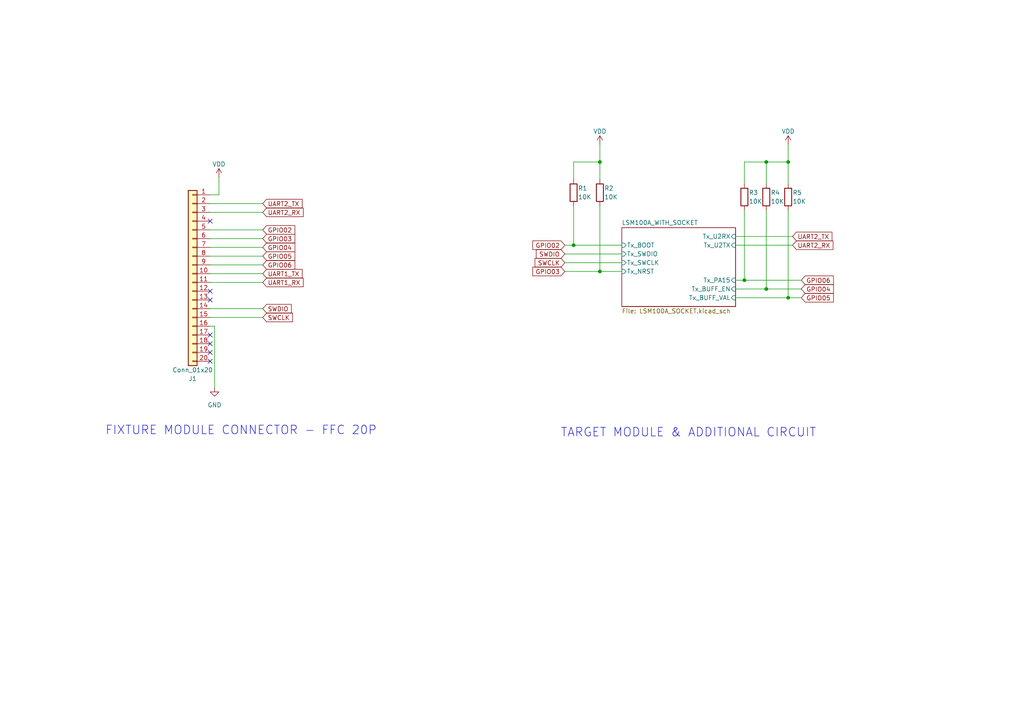
<source format=kicad_sch>
(kicad_sch (version 20230121) (generator eeschema)
  (paper "A4")
  (title_block (title "fixture_module_lsm100a_socket") (date "2023-08-02") (rev "0"))
  (lib_symbols
    (symbol "Connector_Generic:Conn_01x20" (pin_names (offset 1.016) hide)
      (property "Reference" "J" (at 0 25.4 0))
      (property "Value" "Conn_01x20" (at 0 -27.94 0))
      (symbol "Conn_01x20_1_1"
        (rectangle (start -1.27 -25.273) (end 0 -25.527) (stroke (width 0.1524)))
        (rectangle (start -1.27 -22.733) (end 0 -22.987) (stroke (width 0.1524)))
        (rectangle (start -1.27 -20.193) (end 0 -20.447) (stroke (width 0.1524)))
        (rectangle (start -1.27 -17.653) (end 0 -17.907) (stroke (width 0.1524)))
        (rectangle (start -1.27 -15.113) (end 0 -15.367) (stroke (width 0.1524)))
        (rectangle (start -1.27 -12.573) (end 0 -12.827) (stroke (width 0.1524)))
        (rectangle (start -1.27 -10.033) (end 0 -10.287) (stroke (width 0.1524)))
        (rectangle (start -1.27 -7.493) (end 0 -7.747) (stroke (width 0.1524)))
        (rectangle (start -1.27 -4.953) (end 0 -5.207) (stroke (width 0.1524)))
        (rectangle (start -1.27 -2.413) (end 0 -2.667) (stroke (width 0.1524)))
        (rectangle (start -1.27 0.127) (end 0 -0.127) (stroke (width 0.1524)))
        (rectangle (start -1.27 2.667) (end 0 2.413) (stroke (width 0.1524)))
        (rectangle (start -1.27 5.207) (end 0 4.953) (stroke (width 0.1524)))
        (rectangle (start -1.27 7.747) (end 0 7.493) (stroke (width 0.1524)))
        (rectangle (start -1.27 10.287) (end 0 10.033) (stroke (width 0.1524)))
        (rectangle (start -1.27 12.827) (end 0 12.573) (stroke (width 0.1524)))
        (rectangle (start -1.27 15.367) (end 0 15.113) (stroke (width 0.1524)))
        (rectangle (start -1.27 17.907) (end 0 17.653) (stroke (width 0.1524)))
        (rectangle (start -1.27 20.447) (end 0 20.193) (stroke (width 0.1524)))
        (rectangle (start -1.27 22.987) (end 0 22.733) (stroke (width 0.1524)))
        (rectangle (start -1.27 24.13) (end 1.27 -26.67) (stroke (width 0.254)) (fill (type background)))
        (pin passive line (at -5.08 22.86 0) (length 3.81) (name "Pin_1") (number "1"))
        (pin passive line (at -5.08 0 0) (length 3.81) (name "Pin_10") (number "10"))
        (pin passive line (at -5.08 -2.54 0) (length 3.81) (name "Pin_11") (number "11"))
        (pin passive line (at -5.08 -5.08 0) (length 3.81) (name "Pin_12") (number "12"))
        (pin passive line (at -5.08 -7.62 0) (length 3.81) (name "Pin_13") (number "13"))
        (pin passive line (at -5.08 -10.16 0) (length 3.81) (name "Pin_14") (number "14"))
        (pin passive line (at -5.08 -12.7 0) (length 3.81) (name "Pin_15") (number "15"))
        (pin passive line (at -5.08 -15.24 0) (length 3.81) (name "Pin_16") (number "16"))
        (pin passive line (at -5.08 -17.78 0) (length 3.81) (name "Pin_17") (number "17"))
        (pin passive line (at -5.08 -20.32 0) (length 3.81) (name "Pin_18") (number "18"))
        (pin passive line (at -5.08 -22.86 0) (length 3.81) (name "Pin_19") (number "19"))
        (pin passive line (at -5.08 20.32 0) (length 3.81) (name "Pin_2") (number "2"))
        (pin passive line (at -5.08 -25.4 0) (length 3.81) (name "Pin_20") (number "20"))
        (pin passive line (at -5.08 17.78 0) (length 3.81) (name "Pin_3") (number "3"))
        (pin passive line (at -5.08 15.24 0) (length 3.81) (name "Pin_4") (number "4"))
        (pin passive line (at -5.08 12.7 0) (length 3.81) (name "Pin_5") (number "5"))
        (pin passive line (at -5.08 10.16 0) (length 3.81) (name "Pin_6") (number "6"))
        (pin passive line (at -5.08 7.62 0) (length 3.81) (name "Pin_7") (number "7"))
        (pin passive line (at -5.08 5.08 0) (length 3.81) (name "Pin_8") (number "8"))
        (pin passive line (at -5.08 2.54 0) (length 3.81) (name "Pin_9") (number "9"))
      )
    )
    (symbol "Device:R" (pin_numbers hide) (pin_names (offset 0))
      (property "Reference" "R" (at 2.032 0 90))
      (property "Value" "R" (at 0 0 90))
      (symbol "R_0_1"
        (rectangle (start -1.016 -2.54) (end 1.016 2.54) (stroke (width 0.254)))
      )
      (symbol "R_1_1"
        (pin passive line (at 0 3.81 270) (length 1.27) (name "~") (number "1"))
        (pin passive line (at 0 -3.81 90) (length 1.27) (name "~") (number "2"))
      )
    )
    (symbol "power:GND" (power) (pin_names (offset 0))
      (property "Value" "GND" (at 0 -3.81 0))
      (symbol "GND_0_1"
        (polyline (pts (xy 0 0) (xy 0 -1.27) (xy 1.27 -1.27) (xy 0 -2.54) (xy -1.27 -1.27) (xy 0 -1.27)))
      )
      (symbol "GND_1_1"
        (pin power_in line (at 0 0 270) (length 0) hide (name "GND") (number "1"))
      )
    )
    (symbol "power:VDD" (power) (pin_names (offset 0))
      (property "Value" "VDD" (at 0 3.81 0))
      (symbol "VDD_0_1"
        (polyline (pts (xy -0.762 1.27) (xy 0 2.54)))
        (polyline (pts (xy 0 0) (xy 0 2.54)))
        (polyline (pts (xy 0 2.54) (xy 0.762 1.27)))
      )
      (symbol "VDD_1_1"
        (pin power_in line (at 0 0 90) (length 0) hide (name "VDD") (number "1"))
      )
    )
  )
  (junction (at 222.25 83.82))
  (junction (at 166.37 71.12))
  (junction (at 173.99 46.99))
  (junction (at 173.99 78.74))
  (junction (at 222.25 46.99))
  (junction (at 228.6 46.99))
  (junction (at 228.6 86.36))
  (junction (at 215.9 81.28))
  (no_connect (at 60.96 86.995))
  (no_connect (at 60.96 97.155))
  (no_connect (at 60.96 84.455))
  (no_connect (at 60.96 102.235))
  (no_connect (at 60.96 99.695))
  (no_connect (at 60.96 104.775))
  (no_connect (at 60.96 64.135))
  (wire (pts (xy 166.37 52.07) (xy 166.37 46.99)))
  (wire (pts (xy 173.99 59.69) (xy 173.99 78.74)))
  (wire (pts (xy 213.36 86.36) (xy 228.6 86.36)))
  (wire (pts (xy 173.99 78.74) (xy 180.34 78.74)))
  (wire (pts (xy 60.96 61.595) (xy 76.2 61.595)))
  (wire (pts (xy 166.37 46.99) (xy 173.99 46.99)))
  (wire (pts (xy 163.83 73.66) (xy 180.34 73.66)))
  (wire (pts (xy 222.25 83.82) (xy 232.41 83.82)))
  (wire (pts (xy 63.5 51.435) (xy 63.5 56.515)))
  (wire (pts (xy 228.6 46.99) (xy 228.6 53.34)))
  (wire (pts (xy 163.83 78.74) (xy 173.99 78.74)))
  (wire (pts (xy 60.96 59.055) (xy 76.2 59.055)))
  (wire (pts (xy 213.36 71.12) (xy 229.87 71.12)))
  (wire (pts (xy 60.96 79.375) (xy 76.2 79.375)))
  (wire (pts (xy 60.96 89.535) (xy 76.2 89.535)))
  (wire (pts (xy 213.36 68.58) (xy 229.87 68.58)))
  (wire (pts (xy 215.9 46.99) (xy 222.25 46.99)))
  (wire (pts (xy 215.9 81.28) (xy 232.41 81.28)))
  (wire (pts (xy 60.96 71.755) (xy 76.2 71.755)))
  (wire (pts (xy 60.96 69.215) (xy 76.2 69.215)))
  (wire (pts (xy 163.83 71.12) (xy 166.37 71.12)))
  (wire (pts (xy 166.37 59.69) (xy 166.37 71.12)))
  (wire (pts (xy 173.99 41.91) (xy 173.99 46.99)))
  (wire (pts (xy 228.6 41.91) (xy 228.6 46.99)))
  (wire (pts (xy 60.96 76.835) (xy 76.2 76.835)))
  (wire (pts (xy 163.83 76.2) (xy 180.34 76.2)))
  (wire (pts (xy 60.96 74.295) (xy 76.2 74.295)))
  (wire (pts (xy 60.96 92.075) (xy 76.2 92.075)))
  (wire (pts (xy 222.25 60.96) (xy 222.25 83.82)))
  (wire (pts (xy 60.96 66.675) (xy 76.2 66.675)))
  (wire (pts (xy 228.6 60.96) (xy 228.6 86.36)))
  (wire (pts (xy 228.6 86.36) (xy 232.41 86.36)))
  (wire (pts (xy 213.36 81.28) (xy 215.9 81.28)))
  (wire (pts (xy 222.25 46.99) (xy 228.6 46.99)))
  (wire (pts (xy 173.99 46.99) (xy 173.99 52.07)))
  (wire (pts (xy 60.96 81.915) (xy 76.2 81.915)))
  (wire (pts (xy 60.96 56.515) (xy 63.5 56.515)))
  (wire (pts (xy 60.96 94.615) (xy 62.23 94.615)))
  (wire (pts (xy 213.36 83.82) (xy 222.25 83.82)))
  (wire (pts (xy 215.9 60.96) (xy 215.9 81.28)))
  (wire (pts (xy 62.23 94.615) (xy 62.23 112.395)))
  (wire (pts (xy 166.37 71.12) (xy 180.34 71.12)))
  (wire (pts (xy 222.25 46.99) (xy 222.25 53.34)))
  (wire (pts (xy 215.9 53.34) (xy 215.9 46.99)))
  (text "FIXTURE MODULE CONNECTOR - FFC 20P" (at 30.48 126.365 0) (effects (font (size 2.5 2.5)) (justify left bottom)))
  (text "TARGET MODULE & ADDITIONAL CIRCUIT\n" (at 162.56 127 0) (effects (font (size 2.5 2.5)) (justify left bottom)))
  (global_label "GPIO04" (shape input) (at 232.41 83.82 0) (property "Intersheetrefs" "${INTERSHEET_REFS}" (effects hide)))
  (global_label "GPIO03" (shape input) (at 76.2 69.215 0) (property "Intersheetrefs" "${INTERSHEET_REFS}" (effects hide)))
  (global_label "UART2_RX" (shape input) (at 229.87 71.12 0) (property "Intersheetrefs" "${INTERSHEET_REFS}" (effects hide)))
  (global_label "GPIO06" (shape input) (at 232.41 81.28 0) (property "Intersheetrefs" "${INTERSHEET_REFS}" (effects hide)))
  (global_label "GPIO04" (shape input) (at 76.2 71.755 0) (property "Intersheetrefs" "${INTERSHEET_REFS}" (effects hide)))
  (global_label "SWDIO" (shape input) (at 163.83 73.66 180) (property "Intersheetrefs" "${INTERSHEET_REFS}" (effects hide)))
  (global_label "GPIO02" (shape input) (at 76.2 66.675 0) (property "Intersheetrefs" "${INTERSHEET_REFS}" (effects hide)))
  (global_label "GPIO05" (shape input) (at 76.2 74.295 0) (property "Intersheetrefs" "${INTERSHEET_REFS}" (effects hide)))
  (global_label "GPIO05" (shape input) (at 232.41 86.36 0) (property "Intersheetrefs" "${INTERSHEET_REFS}" (effects hide)))
  (global_label "GPIO03" (shape input) (at 163.83 78.74 180) (property "Intersheetrefs" "${INTERSHEET_REFS}" (effects hide)))
  (global_label "GPIO06" (shape input) (at 76.2 76.835 0) (property "Intersheetrefs" "${INTERSHEET_REFS}" (effects hide)))
  (global_label "UART2_RX" (shape input) (at 76.2 61.595 0) (property "Intersheetrefs" "${INTERSHEET_REFS}" (effects hide)))
  (global_label "UART2_TX" (shape input) (at 229.87 68.58 0) (property "Intersheetrefs" "${INTERSHEET_REFS}" (effects hide)))
  (global_label "GPIO02" (shape input) (at 163.83 71.12 180) (property "Intersheetrefs" "${INTERSHEET_REFS}" (effects hide)))
  (global_label "UART1_TX" (shape input) (at 76.2 79.375 0) (property "Intersheetrefs" "${INTERSHEET_REFS}" (effects hide)))
  (global_label "SWCLK" (shape input) (at 76.2 92.075 0) (property "Intersheetrefs" "${INTERSHEET_REFS}" (effects hide)))
  (global_label "UART2_TX" (shape input) (at 76.2 59.055 0) (property "Intersheetrefs" "${INTERSHEET_REFS}" (effects hide)))
  (global_label "SWCLK" (shape input) (at 163.83 76.2 180) (property "Intersheetrefs" "${INTERSHEET_REFS}" (effects hide)))
  (global_label "UART1_RX" (shape input) (at 76.2 81.915 0) (property "Intersheetrefs" "${INTERSHEET_REFS}" (effects hide)))
  (global_label "SWDIO" (shape input) (at 76.2 89.535 0) (property "Intersheetrefs" "${INTERSHEET_REFS}" (effects hide)))
  (symbol (lib_id "Connector_Generic:Conn_01x20") (at 55.88 79.375 0) (mirror y) (unit 1)
    (property "Reference" "J1" (at 55.88 109.855 0))
    (property "Value" "Conn_01x20" (at 55.88 107.315 0))
    (property "Footprint" "tWareLab:528082071" (effects hide))
    (property "Datasheet" "https://www.molex.com/pdm_docs/sd/2005280200_sd.pdf" (effects hide))
  )
  (symbol (lib_id "power:GND") (at 62.23 112.395 0) (unit 1)
    (property "Reference" "#PWR02" (effects hide))
    (property "Value" "GND" (at 62.23 117.475 0))
  )
  (symbol (lib_id "power:VDD") (at 228.6 41.91 0) (unit 1)
    (property "Reference" "#PWR016" (effects hide))
    (property "Value" "VDD" (at 228.6 38.1 0))
  )
  (symbol (lib_id "Device:R") (at 166.37 55.88 0) (unit 1)
    (property "Reference" "R1" (at 167.64 54.61 0) (effects (justify left)))
    (property "Value" "10K" (at 167.64 57.15 0) (effects (justify left)))
    (property "Footprint" "Resistor_SMD:R_0603_1608Metric" (effects hide))
  )
  (symbol (lib_id "power:VDD") (at 63.5 51.435 0) (unit 1)
    (property "Reference" "#PWR01" (effects hide))
    (property "Value" "VDD" (at 63.5 47.625 0))
  )
  (symbol (lib_id "power:VDD") (at 173.99 41.91 0) (unit 1)
    (property "Reference" "#PWR015" (effects hide))
    (property "Value" "VDD" (at 173.99 38.1 0))
  )
  (symbol (lib_id "Device:R") (at 215.9 57.15 0) (unit 1)
    (property "Reference" "R3" (at 217.17 55.88 0) (effects (justify left)))
    (property "Value" "10K" (at 217.17 58.42 0) (effects (justify left)))
    (property "Footprint" "Resistor_SMD:R_0603_1608Metric" (effects hide))
  )
  (symbol (lib_id "Device:R") (at 173.99 55.88 0) (unit 1)
    (property "Reference" "R2" (at 175.26 54.61 0) (effects (justify left)))
    (property "Value" "10K" (at 175.26 57.15 0) (effects (justify left)))
    (property "Footprint" "Resistor_SMD:R_0603_1608Metric" (effects hide))
  )
  (symbol (lib_id "Device:R") (at 228.6 57.15 0) (unit 1)
    (property "Reference" "R5" (at 229.87 55.88 0) (effects (justify left)))
    (property "Value" "10K" (at 229.87 58.42 0) (effects (justify left)))
    (property "Footprint" "Resistor_SMD:R_0603_1608Metric" (effects hide))
  )
  (symbol (lib_id "Device:R") (at 222.25 57.15 0) (unit 1)
    (property "Reference" "R4" (at 223.52 55.88 0) (effects (justify left)))
    (property "Value" "10K" (at 223.52 58.42 0) (effects (justify left)))
    (property "Footprint" "Resistor_SMD:R_0603_1608Metric" (effects hide))
  )
  (sheet (at 180.34 66.04) (size 33.02 22.86) (stroke (width 0.1524))
    (property "Sheetname" "LSM100A_WITH_SOCKET" (at 180.34 65.3284 0) (effects (justify left bottom)))
    (property "Sheetfile" "LSM100A_SOCKET.kicad_sch" (at 180.34 89.4846 0) (effects (justify left top)))
    (pin "Tx_PA15" input (at 213.36 81.28 0))
    (pin "Tx_SWDIO" input (at 180.34 73.66 180))
    (pin "Tx_SWCLK" input (at 180.34 76.2 180))
    (pin "Tx_U2RX" input (at 213.36 68.58 0))
    (pin "Tx_U2TX" input (at 213.36 71.12 0))
    (pin "Tx_NRST" input (at 180.34 78.74 180))
    (pin "Tx_BOOT" input (at 180.34 71.12 180))
    (pin "Tx_BUFF_EN" input (at 213.36 83.82 0))
    (pin "Tx_BUFF_VAL" input (at 213.36 86.36 0))
  )
)
</source>
